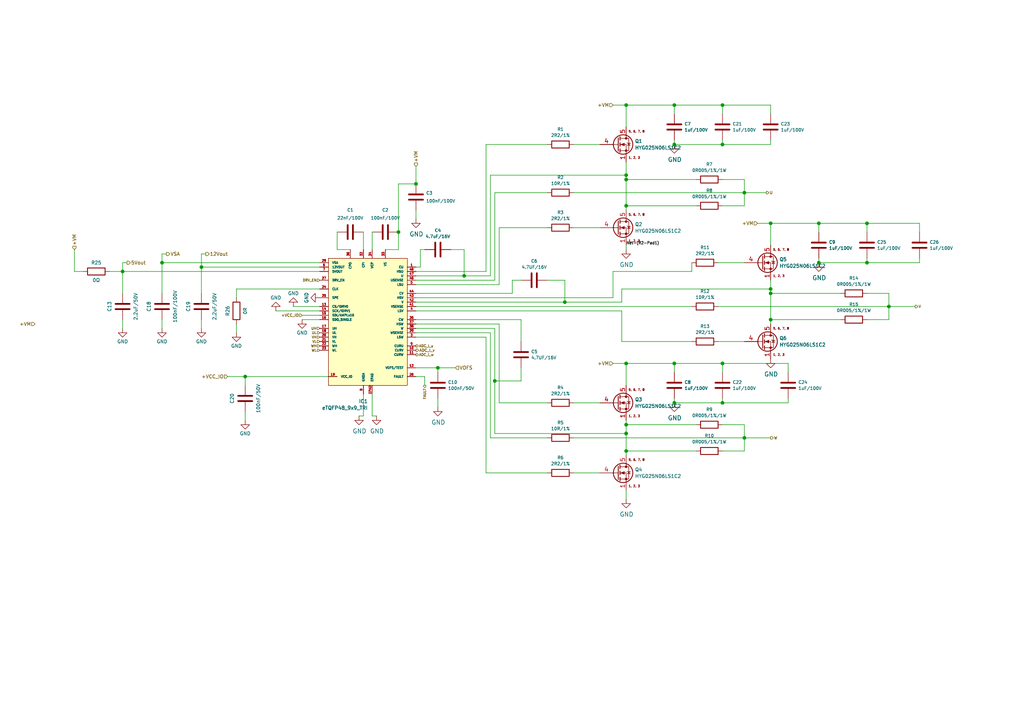
<source format=kicad_sch>
(kicad_sch (version 20211123) (generator eeschema)
  (paper "A4")
  (title_block (title "TMC6100-EVAL") (date "2019-10-28") (rev "1.2") (company "Trinamic OÜ"))
  (lib_symbols
    (symbol "Device:C" (pin_numbers hide) (pin_names (offset 0.254))
      (property "Reference" "C" (at 0.635 2.54 0))
      (property "Value" "C" (at 0.635 -2.54 0))
      (symbol "C_0_1"
        (polyline (pts (xy -2.032 -0.762) (xy 2.032 -0.762)) (stroke (width 0.508)))
        (polyline (pts (xy -2.032 0.762) (xy 2.032 0.762)) (stroke (width 0.508)))
      )
      (symbol "C_1_1"
        (pin passive line (at 0 3.81 270) (length 2.794) (name "~") (number "1"))
        (pin passive line (at 0 -3.81 90) (length 2.794) (name "~") (number "2"))
      )
    )
    (symbol "Device:R" (pin_numbers hide) (pin_names (offset 0))
      (property "Reference" "R" (at 2.032 0 90))
      (property "Value" "R" (at 0 0 90))
      (symbol "R_0_1"
        (rectangle (start -1.016 -2.54) (end 1.016 2.54) (stroke (width 0.254)))
      )
      (symbol "R_1_1"
        (pin passive line (at 0 3.81 270) (length 1.27) (name "~") (number "1"))
        (pin passive line (at 0 -3.81 90) (length 1.27) (name "~") (number "2"))
      )
    )
    (symbol "opm-inline-rescue:HYG025N06LS1C2" (pin_names hide)
      (property "Reference" "Q" (at 5.08 1.905 0))
      (property "Value" "HYG025N06LS1C2" (at 5.08 0 0))
      (symbol "HYG025N06LS1C2_0_0"
        (text "1, 2, 3" (at 3.175 -3.81 0) (effects (font (size 0.6096 0.6096)) (justify left)))
        (text "5, 6, 7, 8" (at 3.175 3.81 0) (effects (font (size 0.6096 0.6096)) (justify left)))
      )
      (symbol "HYG025N06LS1C2_0_1"
        (polyline (pts (xy -1.27 0) (xy 0.254 0)))
        (polyline (pts (xy 0.762 -1.778) (xy 2.54 -1.778)))
        (polyline (pts (xy 0.762 -1.27) (xy 0.762 -2.286)) (stroke (width 0.254)))
        (polyline (pts (xy 0.762 0) (xy 2.54 0)))
        (polyline (pts (xy 0.762 0.508) (xy 0.762 -0.508)) (stroke (width 0.254)))
        (polyline (pts (xy 0.762 1.778) (xy 2.54 1.778)))
        (polyline (pts (xy 0.762 2.286) (xy 0.762 1.27)) (stroke (width 0.254)))
        (polyline (pts (xy 2.54 -1.778) (xy 2.54 -2.54)))
        (polyline (pts (xy 2.54 -1.778) (xy 2.54 0)))
        (polyline (pts (xy 2.54 2.54) (xy 2.54 1.778)))
        (polyline (pts (xy 0.254 1.905) (xy 0.254 -1.905) (xy 0.254 -1.905)) (stroke (width 0.254)))
        (polyline (pts (xy 1.016 0) (xy 2.032 0.381) (xy 2.032 -0.381) (xy 1.016 0)) (fill (type outline)))
        (polyline (pts (xy 2.54 -1.778) (xy 3.302 -1.778) (xy 3.302 1.778) (xy 2.54 1.778)))
        (polyline (pts (xy 2.794 0.508) (xy 2.921 0.381) (xy 3.683 0.381) (xy 3.81 0.254)))
        (polyline (pts (xy 3.302 0.381) (xy 2.921 -0.254) (xy 3.683 -0.254) (xy 3.302 0.381)))
        (circle (center 1.651 0) (radius 2.8194) (stroke (width 0.254)))
        (circle (center 2.54 -1.778) (radius 0.2794) (fill (type outline)))
        (circle (center 2.54 1.778) (radius 0.2794) (fill (type outline)))
      )
      (symbol "HYG025N06LS1C2_1_1"
        (pin passive line (at 2.54 -5.08 90) (length 2.54) (name "S") (number "1"))
        (pin passive line (at 2.54 -5.08 90) (length 2.54) hide (name "S") (number "2"))
        (pin passive line (at 2.54 -5.08 90) (length 2.54) hide (name "S") (number "3"))
        (pin passive line (at -5.08 0 0) (length 3.81) (name "G") (number "4"))
        (pin passive line (at 2.54 5.08 270) (length 2.54) (name "D") (number "5"))
        (pin passive line (at 2.54 5.08 270) (length 2.54) hide (name "D") (number "6"))
        (pin passive line (at 2.54 5.08 270) (length 2.54) hide (name "D") (number "7"))
        (pin passive line (at 2.54 5.08 270) (length 2.54) hide (name "D") (number "8"))
      )
    )
    (symbol "opm-inline-rescue:TMC6200-TA-opm-inline-cache-opm-inline-rescue" (pin_names (offset 1.016))
      (property "Reference" "IC" (at 0 -1.27 0))
      (property "Value" "TMC6200-TA-opm-inline-cache-opm-inline-rescue" (at 0 1.27 0))
      (symbol "TMC6200-TA-opm-inline-cache-opm-inline-rescue_0_1"
        (rectangle (start -11.43 17.78) (end 11.43 -19.05) (fill (type background)))
      )
      (symbol "TMC6200-TA-opm-inline-cache-opm-inline-rescue_1_1"
        (pin unspecified line (at 13.97 15.24 180) (length 2.54) (name "CU") (number "1"))
        (pin output line (at 13.97 -8.89 180) (length 2.54) (name "CURV") (number "10"))
        (pin output line (at 13.97 -10.16 180) (length 2.54) (name "CURW") (number "11"))
        (pin output line (at 13.97 -13.97 180) (length 2.54) (name "VOFS/TEST") (number "12"))
        (pin output line (at -13.97 3.81 0) (length 2.54) (name "CS/IDRV0") (number "13"))
        (pin input line (at -13.97 2.54 0) (length 2.54) (name "SCK/IDRV1") (number "14"))
        (pin input line (at -13.97 1.27 0) (length 2.54) (name "SDI/AMPLx10") (number "15"))
        (pin bidirectional line (at -13.97 0 0) (length 2.54) (name "SDO_SINGLE") (number "16"))
        (pin input line (at -13.97 -2.54 0) (length 2.54) (name "UH") (number "17"))
        (pin input line (at -13.97 -3.81 0) (length 2.54) (name "UL") (number "18"))
        (pin unspecified line (at -11.43 -16.51 0) (length 2.54) (name "VCC_IO") (number "19"))
        (pin input line (at -13.97 -5.08 0) (length 2.54) (name "VH") (number "20"))
        (pin input line (at -13.97 -6.35 0) (length 2.54) (name "VL") (number "21"))
        (pin input line (at -13.97 -7.62 0) (length 2.54) (name "WH") (number "22"))
        (pin input line (at -13.97 -8.89 0) (length 2.54) (name "WL") (number "23"))
        (pin input line (at -13.97 8.89 0) (length 2.54) (name "CLK") (number "24"))
        (pin input line (at -13.97 6.35 0) (length 2.54) (name "SPE") (number "25"))
        (pin output line (at 13.97 -16.51 180) (length 2.54) (name "FAULT") (number "26"))
        (pin input line (at -13.97 11.43 0) (length 2.54) (name "DRV_EN") (number "27"))
        (pin unspecified line (at -13.97 16.51 0) (length 2.54) (name "VSA") (number "29"))
        (pin unspecified line (at 13.97 -5.08 180) (length 2.54) (name "LSW") (number "3"))
        (pin unspecified line (at -5.08 20.32 270) (length 2.54) (name "CPO") (number "30"))
        (pin unspecified line (at -1.27 20.32 270) (length 2.54) (name "CPI") (number "32"))
        (pin unspecified line (at 5.08 20.32 270) (length 2.54) (name "VS") (number "33"))
        (pin unspecified line (at 1.27 20.32 270) (length 2.54) (name "VCP") (number "34"))
        (pin unspecified line (at 13.97 0 180) (length 2.54) (name "CW") (number "36"))
        (pin unspecified line (at 13.97 -1.27 180) (length 2.54) (name "HSW") (number "37"))
        (pin unspecified line (at 13.97 -2.54 180) (length 2.54) (name "W") (number "38"))
        (pin unspecified line (at 13.97 -3.81 180) (length 2.54) (name "WSENSE") (number "39"))
        (pin unspecified line (at 13.97 2.54 180) (length 2.54) (name "LSV") (number "4"))
        (pin unspecified line (at 13.97 3.81 180) (length 2.54) (name "VSENSE") (number "41"))
        (pin unspecified line (at 13.97 5.08 180) (length 2.54) (name "V") (number "42"))
        (pin unspecified line (at 13.97 6.35 180) (length 2.54) (name "HSV") (number "43"))
        (pin unspecified line (at 13.97 7.62 180) (length 2.54) (name "CV") (number "44"))
        (pin unspecified line (at 13.97 11.43 180) (length 2.54) (name "USENSE") (number "46"))
        (pin unspecified line (at 13.97 12.7 180) (length 2.54) (name "U") (number "47"))
        (pin unspecified line (at 13.97 13.97 180) (length 2.54) (name "HSU") (number "48"))
        (pin unspecified line (at 13.97 10.16 180) (length 2.54) (name "LSU") (number "5"))
        (pin unspecified line (at -13.97 15.24 0) (length 2.54) (name "12VOUT") (number "6"))
        (pin unspecified line (at -13.97 13.97 0) (length 2.54) (name "5VOUT") (number "7"))
        (pin unspecified line (at -1.27 -21.59 90) (length 2.54) (name "GNDA") (number "8"))
        (pin output line (at 13.97 -7.62 180) (length 2.54) (name "CURU") (number "9"))
        (pin unspecified line (at 1.27 -21.59 90) (length 2.54) (name "EPAD") (number "EPAD"))
      )
    )
    (symbol "power:GND" (power) (pin_names (offset 0))
      (property "Value" "GND" (at 0 -3.81 0))
      (symbol "GND_0_1"
        (polyline (pts (xy 0 0) (xy 0 -1.27) (xy 1.27 -1.27) (xy 0 -2.54) (xy -1.27 -1.27) (xy 0 -1.27)))
      )
      (symbol "GND_1_1"
        (pin power_in line (at 0 0 270) (length 0) hide (name "GND") (number "1"))
      )
    )
  )
  (junction (at 209.55 105.41))
  (junction (at 257.81 88.9))
  (junction (at 209.55 116.84))
  (junction (at 209.55 30.48))
  (junction (at 195.58 41.91))
  (junction (at 181.61 125.73))
  (junction (at 251.46 76.2))
  (junction (at 195.58 116.84))
  (junction (at 181.61 105.41))
  (junction (at 223.52 92.71))
  (junction (at 215.9 127))
  (junction (at 223.52 85.09))
  (junction (at 58.42 77.47))
  (junction (at 223.52 83.82))
  (junction (at 35.56 78.74))
  (junction (at 181.61 50.8))
  (junction (at 223.52 64.77))
  (junction (at 163.83 87.63))
  (junction (at 237.49 76.2))
  (junction (at 237.49 64.77))
  (junction (at 46.99 76.2))
  (junction (at 181.61 130.81))
  (junction (at 71.12 109.22))
  (junction (at 209.55 41.91))
  (junction (at 195.58 30.48))
  (junction (at 127 106.68))
  (junction (at 251.46 64.77))
  (junction (at 115.57 67.31))
  (junction (at 143.51 110.49))
  (junction (at 134.62 80.01))
  (junction (at 215.9 55.88))
  (junction (at 181.61 123.19))
  (junction (at 181.61 30.48))
  (junction (at 120.65 53.34))
  (junction (at 195.58 105.41))
  (junction (at 181.61 59.69))
  (junction (at 181.61 52.07))
  (wire (pts (xy 215.9 130.81) (xy 209.55 130.81)))
  (wire (pts (xy 158.75 81.28) (xy 163.83 81.28)))
  (wire (pts (xy 181.61 123.19) (xy 201.93 123.19)))
  (wire (pts (xy 181.61 142.24) (xy 181.61 144.78)))
  (wire (pts (xy 120.65 109.22) (xy 123.19 109.22)))
  (wire (pts (xy 97.79 72.39) (xy 101.6 72.39)))
  (wire (pts (xy 46.99 76.2) (xy 46.99 85.09)))
  (wire (pts (xy 120.65 80.01) (xy 134.62 80.01)))
  (wire (pts (xy 127 106.68) (xy 120.65 106.68)))
  (wire (pts (xy 166.37 66.04) (xy 173.99 66.04)))
  (wire (pts (xy 120.65 78.74) (xy 140.97 78.74)))
  (wire (pts (xy 142.24 50.8) (xy 142.24 80.01)))
  (wire (pts (xy 148.59 81.28) (xy 151.13 81.28)))
  (wire (pts (xy 120.65 82.55) (xy 144.78 82.55)))
  (wire (pts (xy 223.52 64.77) (xy 237.49 64.77)))
  (wire (pts (xy 209.55 52.07) (xy 215.9 52.07)))
  (wire (pts (xy 200.66 78.74) (xy 200.66 76.2)))
  (wire (pts (xy 251.46 85.09) (xy 257.81 85.09)))
  (wire (pts (xy 251.46 76.2) (xy 251.46 74.93)))
  (wire (pts (xy 209.55 105.41) (xy 195.58 105.41)))
  (wire (pts (xy 181.61 59.69) (xy 181.61 60.96)))
  (wire (pts (xy 111.76 72.39) (xy 115.57 72.39)))
  (wire (pts (xy 177.8 86.36) (xy 177.8 78.74)))
  (wire (pts (xy 215.9 55.88) (xy 222.25 55.88)))
  (wire (pts (xy 115.57 53.34) (xy 120.65 53.34)))
  (wire (pts (xy 92.71 83.82) (xy 68.58 83.82)))
  (wire (pts (xy 251.46 64.77) (xy 266.7 64.77)))
  (wire (pts (xy 58.42 77.47) (xy 58.42 73.66)))
  (wire (pts (xy 140.97 41.91) (xy 158.75 41.91)))
  (wire (pts (xy 21.59 72.39) (xy 21.59 78.74)))
  (wire (pts (xy 144.78 66.04) (xy 158.75 66.04)))
  (wire (pts (xy 215.9 55.88) (xy 215.9 59.69)))
  (wire (pts (xy 166.37 127) (xy 215.9 127)))
  (wire (pts (xy 120.65 95.25) (xy 143.51 95.25)))
  (wire (pts (xy 120.65 97.79) (xy 140.97 97.79)))
  (wire (pts (xy 151.13 110.49) (xy 143.51 110.49)))
  (wire (pts (xy 209.55 105.41) (xy 228.6 105.41)))
  (wire (pts (xy 180.34 90.17) (xy 180.34 99.06)))
  (wire (pts (xy 223.52 83.82) (xy 223.52 85.09)))
  (wire (pts (xy 181.61 52.07) (xy 201.93 52.07)))
  (wire (pts (xy 257.81 88.9) (xy 257.81 92.71)))
  (wire (pts (xy 266.7 64.77) (xy 266.7 67.31)))
  (wire (pts (xy 223.52 71.12) (xy 223.52 64.77)))
  (wire (pts (xy 140.97 97.79) (xy 140.97 137.16)))
  (wire (pts (xy 105.41 120.65) (xy 105.41 114.3)))
  (wire (pts (xy 35.56 95.25) (xy 35.56 92.71)))
  (wire (pts (xy 257.81 92.71) (xy 251.46 92.71)))
  (wire (pts (xy 143.51 125.73) (xy 181.61 125.73)))
  (wire (pts (xy 181.61 125.73) (xy 181.61 130.81)))
  (wire (pts (xy 142.24 127) (xy 158.75 127)))
  (wire (pts (xy 209.55 41.91) (xy 223.52 41.91)))
  (wire (pts (xy 181.61 30.48) (xy 195.58 30.48)))
  (wire (pts (xy 92.71 92.71) (xy 87.63 92.71)))
  (wire (pts (xy 215.9 127) (xy 223.52 127)))
  (wire (pts (xy 120.65 86.36) (xy 177.8 86.36)))
  (wire (pts (xy 266.7 76.2) (xy 266.7 74.93)))
  (wire (pts (xy 180.34 99.06) (xy 200.66 99.06)))
  (wire (pts (xy 151.13 106.68) (xy 151.13 110.49)))
  (wire (pts (xy 92.71 90.17) (xy 80.01 90.17)))
  (wire (pts (xy 151.13 92.71) (xy 151.13 99.06)))
  (wire (pts (xy 71.12 109.22) (xy 95.25 109.22)))
  (wire (pts (xy 46.99 92.71) (xy 46.99 95.25)))
  (wire (pts (xy 127 106.68) (xy 132.08 106.68)))
  (wire (pts (xy 35.56 76.2) (xy 35.56 78.74)))
  (wire (pts (xy 120.65 93.98) (xy 144.78 93.98)))
  (wire (pts (xy 237.49 64.77) (xy 251.46 64.77)))
  (wire (pts (xy 237.49 76.2) (xy 251.46 76.2)))
  (wire (pts (xy 58.42 85.09) (xy 58.42 77.47)))
  (wire (pts (xy 104.14 120.65) (xy 105.41 120.65)))
  (wire (pts (xy 237.49 74.93) (xy 237.49 76.2)))
  (wire (pts (xy 143.51 55.88) (xy 143.51 81.28)))
  (wire (pts (xy 215.9 52.07) (xy 215.9 55.88)))
  (wire (pts (xy 181.61 130.81) (xy 201.93 130.81)))
  (wire (pts (xy 58.42 73.66) (xy 59.69 73.66)))
  (wire (pts (xy 120.65 81.28) (xy 143.51 81.28)))
  (wire (pts (xy 68.58 83.82) (xy 68.58 86.36)))
  (wire (pts (xy 46.99 73.66) (xy 48.26 73.66)))
  (wire (pts (xy 142.24 50.8) (xy 181.61 50.8)))
  (wire (pts (xy 195.58 30.48) (xy 209.55 30.48)))
  (wire (pts (xy 97.79 67.31) (xy 97.79 72.39)))
  (wire (pts (xy 85.09 88.9) (xy 92.71 88.9)))
  (wire (pts (xy 163.83 81.28) (xy 163.83 87.63)))
  (wire (pts (xy 148.59 85.09) (xy 148.59 81.28)))
  (wire (pts (xy 195.58 30.48) (xy 195.58 33.02)))
  (wire (pts (xy 209.55 107.95) (xy 209.55 105.41)))
  (wire (pts (xy 143.51 55.88) (xy 158.75 55.88)))
  (wire (pts (xy 181.61 123.19) (xy 181.61 125.73)))
  (wire (pts (xy 134.62 80.01) (xy 142.24 80.01)))
  (wire (pts (xy 71.12 119.38) (xy 71.12 121.92)))
  (wire (pts (xy 166.37 137.16) (xy 173.99 137.16)))
  (wire (pts (xy 209.55 116.84) (xy 209.55 115.57)))
  (wire (pts (xy 92.71 77.47) (xy 58.42 77.47)))
  (wire (pts (xy 195.58 40.64) (xy 195.58 41.91)))
  (wire (pts (xy 209.55 123.19) (xy 215.9 123.19)))
  (wire (pts (xy 237.49 64.77) (xy 237.49 67.31)))
  (wire (pts (xy 24.13 78.74) (xy 21.59 78.74)))
  (wire (pts (xy 123.19 109.22) (xy 123.19 111.76)))
  (wire (pts (xy 140.97 137.16) (xy 158.75 137.16)))
  (wire (pts (xy 181.61 111.76) (xy 181.61 105.41)))
  (wire (pts (xy 177.8 105.41) (xy 181.61 105.41)))
  (wire (pts (xy 181.61 52.07) (xy 181.61 59.69)))
  (wire (pts (xy 195.58 41.91) (xy 209.55 41.91)))
  (wire (pts (xy 223.52 30.48) (xy 209.55 30.48)))
  (wire (pts (xy 120.65 90.17) (xy 180.34 90.17)))
  (wire (pts (xy 107.95 72.39) (xy 107.95 67.31)))
  (wire (pts (xy 181.61 59.69) (xy 201.93 59.69)))
  (wire (pts (xy 36.83 76.2) (xy 35.56 76.2)))
  (wire (pts (xy 166.37 55.88) (xy 215.9 55.88)))
  (wire (pts (xy 208.28 99.06) (xy 215.9 99.06)))
  (wire (pts (xy 257.81 88.9) (xy 265.43 88.9)))
  (wire (pts (xy 31.75 78.74) (xy 35.56 78.74)))
  (wire (pts (xy 105.41 67.31) (xy 105.41 72.39)))
  (wire (pts (xy 215.9 123.19) (xy 215.9 127)))
  (wire (pts (xy 109.22 120.65) (xy 107.95 120.65)))
  (wire (pts (xy 181.61 50.8) (xy 181.61 52.07)))
  (wire (pts (xy 140.97 78.74) (xy 140.97 41.91)))
  (wire (pts (xy 223.52 81.28) (xy 223.52 83.82)))
  (wire (pts (xy 208.28 88.9) (xy 257.81 88.9)))
  (wire (pts (xy 209.55 41.91) (xy 209.55 40.64)))
  (wire (pts (xy 144.78 116.84) (xy 158.75 116.84)))
  (wire (pts (xy 181.61 71.12) (xy 181.61 72.39)))
  (wire (pts (xy 130.81 72.39) (xy 134.62 72.39)))
  (wire (pts (xy 35.56 85.09) (xy 35.56 78.74)))
  (wire (pts (xy 215.9 76.2) (xy 208.28 76.2)))
  (wire (pts (xy 121.92 72.39) (xy 123.19 72.39)))
  (wire (pts (xy 120.65 85.09) (xy 148.59 85.09)))
  (wire (pts (xy 143.51 95.25) (xy 143.51 110.49)))
  (wire (pts (xy 251.46 76.2) (xy 266.7 76.2)))
  (wire (pts (xy 223.52 33.02) (xy 223.52 30.48)))
  (wire (pts (xy 173.99 116.84) (xy 166.37 116.84)))
  (wire (pts (xy 180.34 87.63) (xy 180.34 83.82)))
  (wire (pts (xy 173.99 41.91) (xy 166.37 41.91)))
  (wire (pts (xy 120.65 88.9) (xy 200.66 88.9)))
  (wire (pts (xy 87.63 91.44) (xy 92.71 91.44)))
  (wire (pts (xy 181.61 121.92) (xy 181.61 123.19)))
  (wire (pts (xy 120.65 87.63) (xy 163.83 87.63)))
  (wire (pts (xy 120.65 60.96) (xy 120.65 63.5)))
  (wire (pts (xy 195.58 116.84) (xy 209.55 116.84)))
  (wire (pts (xy 115.57 72.39) (xy 115.57 67.31)))
  (wire (pts (xy 181.61 46.99) (xy 181.61 50.8)))
  (wire (pts (xy 223.52 41.91) (xy 223.52 40.64)))
  (wire (pts (xy 120.65 92.71) (xy 151.13 92.71)))
  (wire (pts (xy 223.52 93.98) (xy 223.52 92.71)))
  (wire (pts (xy 66.04 109.22) (xy 71.12 109.22)))
  (wire (pts (xy 223.52 85.09) (xy 243.84 85.09)))
  (wire (pts (xy 115.57 67.31) (xy 115.57 53.34)))
  (wire (pts (xy 195.58 115.57) (xy 195.58 116.84)))
  (wire (pts (xy 143.51 110.49) (xy 143.51 125.73)))
  (wire (pts (xy 68.58 96.52) (xy 68.58 93.98)))
  (wire (pts (xy 144.78 93.98) (xy 144.78 116.84)))
  (wire (pts (xy 142.24 96.52) (xy 142.24 127)))
  (wire (pts (xy 120.65 77.47) (xy 121.92 77.47)))
  (wire (pts (xy 163.83 87.63) (xy 180.34 87.63)))
  (wire (pts (xy 215.9 59.69) (xy 209.55 59.69)))
  (wire (pts (xy 177.8 30.48) (xy 181.61 30.48)))
  (wire (pts (xy 46.99 76.2) (xy 46.99 73.66)))
  (wire (pts (xy 120.65 53.34) (xy 120.65 48.26)))
  (wire (pts (xy 228.6 105.41) (xy 228.6 107.95)))
  (wire (pts (xy 127 115.57) (xy 127 118.11)))
  (wire (pts (xy 120.65 96.52) (xy 142.24 96.52)))
  (wire (pts (xy 121.92 77.47) (xy 121.92 72.39)))
  (wire (pts (xy 71.12 109.22) (xy 71.12 111.76)))
  (wire (pts (xy 127 107.95) (xy 127 106.68)))
  (wire (pts (xy 215.9 127) (xy 215.9 130.81)))
  (wire (pts (xy 223.52 92.71) (xy 243.84 92.71)))
  (wire (pts (xy 209.55 30.48) (xy 209.55 33.02)))
  (wire (pts (xy 92.71 76.2) (xy 46.99 76.2)))
  (wire (pts (xy 209.55 116.84) (xy 228.6 116.84)))
  (wire (pts (xy 181.61 105.41) (xy 195.58 105.41)))
  (wire (pts (xy 144.78 66.04) (xy 144.78 82.55)))
  (wire (pts (xy 181.61 132.08) (xy 181.61 130.81)))
  (wire (pts (xy 107.95 120.65) (xy 107.95 114.3)))
  (wire (pts (xy 35.56 78.74) (xy 92.71 78.74)))
  (wire (pts (xy 257.81 85.09) (xy 257.81 88.9)))
  (wire (pts (xy 134.62 72.39) (xy 134.62 80.01)))
  (wire (pts (xy 181.61 36.83) (xy 181.61 30.48)))
  (wire (pts (xy 219.71 64.77) (xy 223.52 64.77)))
  (wire (pts (xy 223.52 85.09) (xy 223.52 92.71)))
  (wire (pts (xy 177.8 78.74) (xy 200.66 78.74)))
  (wire (pts (xy 251.46 64.77) (xy 251.46 67.31)))
  (wire (pts (xy 180.34 83.82) (xy 223.52 83.82)))
  (wire (pts (xy 228.6 116.84) (xy 228.6 115.57)))
  (wire (pts (xy 195.58 105.41) (xy 195.58 107.95)))
  (wire (pts (xy 58.42 92.71) (xy 58.42 95.25)))
  (label "Net-(R2-Pad1)" (at 181.61 71.12 0) (effects (font (size 0.7874 0.7874))))
  (hierarchical_label "+VM" (shape input) (at 120.65 48.26 90) (effects (font (size 0.9906 0.9906))))
  (hierarchical_label "+VM" (shape input) (at 10.16 93.98 180) (effects (font (size 0.9906 0.9906))))
  (hierarchical_label "VOFS" (shape input) (at 132.08 106.68 0) (effects (font (size 0.9906 0.9906))))
  (hierarchical_label "+VCC_IO" (shape input) (at 66.04 109.22 180) (effects (font (size 0.9906 0.9906))))
  (hierarchical_label "+VCC_IO" (shape input) (at 87.63 91.44 180) (effects (font (size 0.7874 0.7874))))
  (hierarchical_label "+VM" (shape input) (at 177.8 105.41 180) (effects (font (size 0.9906 0.9906))))
  (hierarchical_label "DRV_EN" (shape input) (at 92.71 81.28 180) (effects (font (size 0.7112 0.7112))))
  (hierarchical_label "+VM" (shape input) (at 219.71 64.77 180) (effects (font (size 0.9906 0.9906))))
  (hierarchical_label "VH" (shape input) (at 92.71 97.79 180) (effects (font (size 0.7112 0.7112))))
  (hierarchical_label "FAULT" (shape output) (at 123.19 111.76 270) (effects (font (size 0.7112 0.7112))))
  (hierarchical_label "ADC_I_w" (shape output) (at 120.65 102.87 0) (effects (font (size 0.7112 0.7112))))
  (hierarchical_label "UH" (shape input) (at 92.71 95.25 180) (effects (font (size 0.7112 0.7112))))
  (hierarchical_label "WH" (shape input) (at 92.71 100.33 180) (effects (font (size 0.7112 0.7112))))
  (hierarchical_label "12Vout" (shape output) (at 59.69 73.66 0) (effects (font (size 0.9906 0.9906))))
  (hierarchical_label "WL" (shape input) (at 92.71 101.6 180) (effects (font (size 0.7112 0.7112))))
  (hierarchical_label "VL" (shape input) (at 92.71 99.06 180) (effects (font (size 0.7112 0.7112))))
  (hierarchical_label "V" (shape output) (at 265.43 88.9 0) (effects (font (size 0.7874 0.7874))))
  (hierarchical_label "W" (shape output) (at 223.52 127 0) (effects (font (size 0.7874 0.7874))))
  (hierarchical_label "U" (shape output) (at 222.25 55.88 0) (effects (font (size 0.7874 0.7874))))
  (hierarchical_label "VSA" (shape output) (at 48.26 73.66 0) (effects (font (size 0.9906 0.9906))))
  (hierarchical_label "UL" (shape input) (at 92.71 96.52 180) (effects (font (size 0.7112 0.7112))))
  (hierarchical_label "+VM" (shape input) (at 21.59 72.39 90) (effects (font (size 0.9906 0.9906))))
  (hierarchical_label "+VM" (shape input) (at 177.8 30.48 180) (effects (font (size 0.9906 0.9906))))
  (hierarchical_label "ADC_I_v" (shape output) (at 120.65 101.6 0) (effects (font (size 0.7874 0.7874))))
  (hierarchical_label "5Vout" (shape output) (at 36.83 76.2 0) (effects (font (size 0.9906 0.9906))))
  (hierarchical_label "ADC_I_u" (shape output) (at 120.65 100.33 0) (effects (font (size 0.7112 0.7112))))
  (symbol (lib_id "power:GND") (at 71.12 121.92 0) (unit 1)
    (property "Reference" "#PWR0122" (effects hide))
    (property "Value" "GND" (at 71.12 125.73 0) (effects (font (size 0.9906 0.9906))))
  )
  (symbol (lib_id "Device:R") (at 68.58 90.17 0) (unit 1)
    (property "Reference" "R26" (at 66.04 90.17 90) (effects (font (size 0.9906 0.9906))))
    (property "Value" "0R" (at 71.12 90.17 90) (effects (font (size 0.9906 0.9906))))
    (property "Footprint" "Resistor_SMD:R_0603_1608Metric" (effects hide))
    (property "Datasheet" "https://datasheet.lcsc.com/lcsc/2110252030_UNI-ROYAL-Uniroyal-Elec-0603WAF0000T5E_C21189.pdf" (effects hide))
    (property "LCSC" "C21189" (effects hide))
    (property "manf_num" "0603WAF0000T5E" (effects hide))
    (property "alt" "RC0603FR-070RL" (effects hide))
  )
  (symbol (lib_id "power:GND") (at 68.58 96.52 0) (unit 1)
    (property "Reference" "#PWR0123" (effects hide))
    (property "Value" "GND" (at 68.58 100.33 0) (effects (font (size 0.9906 0.9906))))
  )
  (symbol (lib_id "Device:C") (at 71.12 115.57 0) (unit 1)
    (property "Reference" "C20" (at 67.31 115.57 90) (effects (font (size 0.9906 0.9906))))
    (property "Value" "100nF/50V" (at 74.93 115.57 90) (effects (font (size 0.9906 0.9906))))
    (property "Footprint" "Capacitor_SMD:C_0603_1608Metric" (effects hide))
    (property "Datasheet" "https://www.mouser.fi/datasheet/2/447/UPY_GPHC_X7R_6_3V_to_50V_20-1995650.pdf" (effects hide))
    (property "LCSC" "C14663" (effects hide))
    (property "manf_num" "CC0603KRX7R9BB104" (effects hide))
  )
  (symbol (lib_id "Device:R") (at 27.94 78.74 270) (unit 1)
    (property "Reference" "R25" (at 27.94 76.2 90) (effects (font (size 0.9906 0.9906))))
    (property "Value" "0Ω" (at 27.94 81.28 90) (effects (font (size 0.9906 0.9906))))
    (property "Footprint" "Resistor_SMD:R_0603_1608Metric" (effects hide))
    (property "Datasheet" "https://datasheet.lcsc.com/lcsc/2110252030_UNI-ROYAL-Uniroyal-Elec-0603WAF0000T5E_C21189.pdf" (effects hide))
    (property "LCSC" "C21189" (effects hide))
    (property "manf_num" "0603WAF0000T5E" (effects hide))
    (property "alt" "RC0603FR-070RL" (effects hide))
  )
  (symbol (lib_id "Device:C") (at 35.56 88.9 0) (unit 1)
    (property "Reference" "C13" (at 31.75 88.9 90) (effects (font (size 0.9906 0.9906))))
    (property "Value" "2.2uF/50V" (at 39.37 88.9 90) (effects (font (size 0.9906 0.9906))))
    (property "Footprint" "Capacitor_SMD:C_0805_2012Metric" (effects hide))
    (property "Datasheet" "https://datasheet.lcsc.com/lcsc/1811101411_FH-Guangdong-Fenghua-Advanced-Tech-0805F225M500NT_C49217.pdf" (effects hide))
    (property "LCSC" "C49217" (effects hide))
    (property "manf_num" "0805F225M500NT" (effects hide))
    (property "alt" "UMK212BB7225KG-T" (effects hide))
  )
  (symbol (lib_id "power:GND") (at 35.56 95.25 0) (unit 1)
    (property "Reference" "#PWR0124" (effects hide))
    (property "Value" "GND" (at 35.56 99.06 0) (effects (font (size 0.9906 0.9906))))
  )
  (symbol (lib_id "Device:C") (at 46.99 88.9 0) (unit 1)
    (property "Reference" "C18" (at 43.18 88.9 90) (effects (font (size 0.9906 0.9906))))
    (property "Value" "100nF/100V" (at 50.8 88.9 90) (effects (font (size 0.9906 0.9906))))
    (property "Footprint" "Capacitor_SMD:C_0805_2012Metric" (effects hide))
    (property "Datasheet" "https://www.mouser.fi/datasheet/2/447/yago_s_a0003556389_1-2286781.pdf" (effects hide))
    (property "LCSC" "C106243" (effects hide))
    (property "manf_num" "CC0805KKX7R0BB104" (effects hide))
  )
  (symbol (lib_id "Device:C") (at 58.42 88.9 0) (unit 1)
    (property "Reference" "C19" (at 54.61 88.9 90) (effects (font (size 0.9906 0.9906))))
    (property "Value" "2.2uF/50V" (at 62.23 88.9 90) (effects (font (size 0.9906 0.9906))))
    (property "Footprint" "Capacitor_SMD:C_0805_2012Metric" (effects hide))
    (property "Datasheet" "https://datasheet.lcsc.com/lcsc/1811101411_FH-Guangdong-Fenghua-Advanced-Tech-0805F225M500NT_C49217.pdf" (effects hide))
    (property "LCSC" "C49217" (effects hide))
    (property "manf_num" "0805F225M500NT" (effects hide))
    (property "alt" "UMK212BB7225KG-T" (effects hide))
  )
  (symbol (lib_id "power:GND") (at 46.99 95.25 0) (unit 1)
    (property "Reference" "#PWR0125" (effects hide))
    (property "Value" "GND" (at 46.99 99.06 0) (effects (font (size 0.9906 0.9906))))
  )
  (symbol (lib_id "power:GND") (at 58.42 95.25 0) (unit 1)
    (property "Reference" "#PWR0126" (effects hide))
    (property "Value" "GND" (at 58.42 99.06 0) (effects (font (size 0.9906 0.9906))))
  )
  (symbol (lib_id "opm-inline-rescue:TMC6200-TA-opm-inline-cache-opm-inline-rescue") (at 106.68 92.71 0)
    (property "Reference" "IC1" (at 106.68 116.3828 0) (effects (font (size 1.016 1.016)) (justify right)))
    (property "Value" "eTQFP48_9x9_TRI" (at 106.68 118.3132 0) (effects (font (size 1.016 1.016)) (justify right)))
    (property "Footprint" "Libraries:TMC6200-TA" (effects hide))
    (property "Datasheet" "https://trinamic.com/fileadmin/assets/Products/ICs_Documents/TMC6200_datasheet_Rev1.05.pdf" (effects hide))
    (property "manf_num" "TMC6200-TA" (effects hide))
    (property "JLCPCB BOM" "No" (effects hide))
  )
  (symbol (lib_id "power:GND") (at 104.14 120.65 0) (unit 1)
    (property "Reference" "#PWR01" (effects hide))
    (property "Value" "GND" (at 104.267 125.0442 0))
  )
  (symbol (lib_id "power:GND") (at 109.22 120.65 0) (unit 1)
    (property "Reference" "#PWR02" (effects hide))
    (property "Value" "GND" (at 109.347 125.0442 0))
  )
  (symbol (lib_id "Device:C") (at 151.13 102.87 0) (unit 1)
    (property "Reference" "C5" (at 154.051 101.981 0) (effects (font (size 0.889 0.889)) (justify left)))
    (property "Value" "4.7UF/16V" (at 154.051 103.7336 0) (effects (font (size 0.889 0.889)) (justify left)))
    (property "Footprint" "Capacitor_SMD:C_0603_1608Metric" (effects hide))
    (property "Datasheet" "https://datasheet.lcsc.com/lcsc/1810261514_Samsung-Electro-Mechanics-CL10A475KO8NNNC_C19666.pdf" (effects hide))
    (property "LCSC" "C19666" (effects hide))
    (property "manf_num" "CL10A475KO8NNNC" (effects hide))
  )
  (symbol (lib_id "Device:R") (at 162.56 116.84 270) (unit 1)
    (property "Reference" "R4" (at 162.56 112.4204 90) (effects (font (size 0.889 0.889))))
    (property "Value" "2R2/1%" (at 162.56 114.173 90) (effects (font (size 0.889 0.889))))
    (property "Footprint" "Resistor_SMD:R_0603_1608Metric" (effects hide))
    (property "Datasheet" "https://datasheet.lcsc.com/lcsc/2110252030_UNI-ROYAL-Uniroyal-Elec-0603WAF220KT5E_C22939.pdf" (effects hide))
    (property "LCSC" "C22939" (effects hide))
    (property "manf_num" "0603WAF220KT5E" (effects hide))
  )
  (symbol (lib_id "Device:R") (at 162.56 127 270) (unit 1)
    (property "Reference" "R5" (at 162.56 122.5804 90) (effects (font (size 0.889 0.889))))
    (property "Value" "10R/1%" (at 162.56 124.333 90) (effects (font (size 0.889 0.889))))
    (property "Footprint" "Resistor_SMD:R_0603_1608Metric" (effects hide))
    (property "Datasheet" "https://datasheet.lcsc.com/lcsc/2110252030_UNI-ROYAL-Uniroyal-Elec-0603WAF100JT5E_C22859.pdf" (effects hide))
    (property "LCSC" "C22859" (effects hide))
    (property "manf_num" "0603WAF100JT5E" (effects hide))
    (property "alt" "AC0603FR-0710RL" (effects hide))
  )
  (symbol (lib_id "Device:R") (at 162.56 137.16 270) (unit 1)
    (property "Reference" "R6" (at 162.56 132.7404 90) (effects (font (size 0.889 0.889))))
    (property "Value" "2R2/1%" (at 162.56 134.493 90) (effects (font (size 0.889 0.889))))
    (property "Footprint" "Resistor_SMD:R_0603_1608Metric" (effects hide))
    (property "Datasheet" "https://datasheet.lcsc.com/lcsc/2110252030_UNI-ROYAL-Uniroyal-Elec-0603WAF220KT5E_C22939.pdf" (effects hide))
    (property "LCSC" "C22939" (effects hide))
    (property "manf_num" "0603WAF220KT5E" (effects hide))
  )
  (symbol (lib_id "Device:R") (at 205.74 123.19 270) (unit 1)
    (property "Reference" "R9" (at 205.74 118.7704 90) (effects (font (size 0.889 0.889))))
    (property "Value" "0R005/1%/1W" (at 205.74 120.523 90) (effects (font (size 0.889 0.889))))
    (property "Footprint" "Resistor_SMD:R_1206_3216Metric" (effects hide))
    (property "Datasheet" "https://datasheet.lcsc.com/lcsc/2006112327_Milliohm-HoLR1206-1W-5mR-1--75ppm_C601096.pdf" (effects hide))
    (property "LCSC" "C601096" (effects hide))
    (property "manf_num" "HoLR1206-1W-5mR-1%-75ppm" (effects hide))
  )
  (symbol (lib_id "Device:R") (at 205.74 130.81 270) (unit 1)
    (property "Reference" "R10" (at 205.74 126.3904 90) (effects (font (size 0.889 0.889))))
    (property "Value" "0R005/1%/1W" (at 205.74 128.143 90) (effects (font (size 0.889 0.889))))
    (property "Footprint" "Resistor_SMD:R_1206_3216Metric" (effects hide))
    (property "Datasheet" "https://datasheet.lcsc.com/lcsc/2006112327_Milliohm-HoLR1206-1W-5mR-1--75ppm_C601096.pdf" (effects hide))
    (property "LCSC" "C601096" (effects hide))
    (property "manf_num" "HoLR1206-1W-5mR-1%-75ppm" (effects hide))
  )
  (symbol (lib_id "power:GND") (at 181.61 144.78 0) (unit 1)
    (property "Reference" "#PWR04" (effects hide))
    (property "Value" "GND" (at 181.737 149.1742 0))
  )
  (symbol (lib_id "Device:C") (at 195.58 111.76 0) (unit 1)
    (property "Reference" "C8" (at 198.501 110.871 0) (effects (font (size 0.889 0.889)) (justify left)))
    (property "Value" "1uF/100V" (at 198.501 112.6236 0) (effects (font (size 0.889 0.889)) (justify left)))
    (property "Footprint" "Capacitor_SMD:C_0805_2012Metric" (effects hide))
    (property "Datasheet" "https://datasheet.lcsc.com/lcsc/1912111437_Taiyo-Yuden-HMJ325AB7225KMHP_C412614.pdf" (effects hide))
    (property "LCSC" "C697607" (effects hide))
    (property "manf_num  " "HMK325C7475KN-TE" (effects hide))
  )
  (symbol (lib_id "opm-inline-rescue:HYG025N06LS1C2") (at 179.07 66.04 0)
    (property "Reference" "Q2" (at 184.15 65.0748 0) (effects (font (size 0.9906 0.9906)) (justify left)))
    (property "Value" "HYG025N06LS1C2" (at 184.15 66.9798 0) (effects (font (size 0.9906 0.9906)) (justify left)))
    (property "Footprint" "Libraries:PDFN-8" (effects hide))
    (property "Datasheet" "https://datasheet.lcsc.com/lcsc/2105242011_HUAYI-HYG025N06LS1C2_C2827231.pdf" (effects hide))
    (property "LCSC" "C2827231" (effects hide))
    (property "manf_num" "HYG025N06LS1C2" (effects hide))
  )
  (symbol (lib_id "power:GND") (at 181.61 72.39 0) (unit 1)
    (property "Reference" "#PWR010" (effects hide))
    (property "Value" "GND" (at 181.737 76.7842 0))
  )
  (symbol (lib_id "opm-inline-rescue:HYG025N06LS1C2") (at 179.07 41.91 0)
    (property "Reference" "Q1" (at 184.15 40.9448 0) (effects (font (size 0.9906 0.9906)) (justify left)))
    (property "Value" "HYG025N06LS1C2" (at 184.15 42.8498 0) (effects (font (size 0.9906 0.9906)) (justify left)))
    (property "Footprint" "Libraries:PDFN-8" (effects hide))
    (property "Datasheet" "https://datasheet.lcsc.com/lcsc/2105242011_HUAYI-HYG025N06LS1C2_C2827231.pdf" (effects hide))
    (property "LCSC" "C2827231" (effects hide))
    (property "manf_num" "HYG025N06LS1C2" (effects hide))
  )
  (symbol (lib_id "opm-inline-rescue:HYG025N06LS1C2") (at 179.07 116.84 0)
    (property "Reference" "Q3" (at 184.15 115.8748 0) (effects (font (size 0.9906 0.9906)) (justify left)))
    (property "Value" "HYG025N06LS1C2" (at 184.15 117.7798 0) (effects (font (size 0.9906 0.9906)) (justify left)))
    (property "Footprint" "Libraries:PDFN-8" (effects hide))
    (property "Datasheet" "https://datasheet.lcsc.com/lcsc/2105242011_HUAYI-HYG025N06LS1C2_C2827231.pdf" (effects hide))
    (property "LCSC" "C2827231" (effects hide))
    (property "manf_num" "HYG025N06LS1C2" (effects hide))
  )
  (symbol (lib_id "opm-inline-rescue:HYG025N06LS1C2") (at 220.98 99.06 0)
    (property "Reference" "Q6" (at 226.06 98.0948 0) (effects (font (size 0.9906 0.9906)) (justify left)))
    (property "Value" "HYG025N06LS1C2" (at 226.06 99.9998 0) (effects (font (size 0.9906 0.9906)) (justify left)))
    (property "Footprint" "Libraries:PDFN-8" (effects hide))
    (property "Datasheet" "https://datasheet.lcsc.com/lcsc/2105242011_HUAYI-HYG025N06LS1C2_C2827231.pdf" (effects hide))
    (property "LCSC" "C2827231" (effects hide))
    (property "manf_num" "HYG025N06LS1C2" (effects hide))
  )
  (symbol (lib_id "opm-inline-rescue:HYG025N06LS1C2") (at 220.98 76.2 0)
    (property "Reference" "Q5" (at 226.06 75.2348 0) (effects (font (size 0.9906 0.9906)) (justify left)))
    (property "Value" "HYG025N06LS1C2" (at 226.06 77.1398 0) (effects (font (size 0.9906 0.9906)) (justify left)))
    (property "Footprint" "Libraries:PDFN-8" (effects hide))
    (property "Datasheet" "https://datasheet.lcsc.com/lcsc/2105242011_HUAYI-HYG025N06LS1C2_C2827231.pdf" (effects hide))
    (property "LCSC" "C2827231" (effects hide))
    (property "manf_num" "HYG025N06LS1C2" (effects hide))
  )
  (symbol (lib_id "opm-inline-rescue:HYG025N06LS1C2") (at 179.07 137.16 0)
    (property "Reference" "Q4" (at 184.15 136.1948 0) (effects (font (size 0.9906 0.9906)) (justify left)))
    (property "Value" "HYG025N06LS1C2" (at 184.15 138.0998 0) (effects (font (size 0.9906 0.9906)) (justify left)))
    (property "Footprint" "Libraries:PDFN-8" (effects hide))
    (property "Datasheet" "https://datasheet.lcsc.com/lcsc/2105242011_HUAYI-HYG025N06LS1C2_C2827231.pdf" (effects hide))
    (property "LCSC" "C2827231" (effects hide))
    (property "manf_num" "HYG025N06LS1C2" (effects hide))
  )
  (symbol (lib_id "power:GND") (at 195.58 116.84 0) (unit 1)
    (property "Reference" "#PWR06" (effects hide))
    (property "Value" "GND" (at 195.707 121.2342 0))
  )
  (symbol (lib_id "Device:C") (at 209.55 36.83 0) (unit 1)
    (property "Reference" "C21" (at 212.471 35.941 0) (effects (font (size 0.889 0.889)) (justify left)))
    (property "Value" "1uF/100V" (at 212.471 37.6936 0) (effects (font (size 0.889 0.889)) (justify left)))
    (property "Footprint" "Capacitor_SMD:C_0805_2012Metric" (effects hide))
    (property "Datasheet" "https://datasheet.lcsc.com/lcsc/1912111437_Taiyo-Yuden-HMJ325AB7225KMHP_C412614.pdf" (effects hide))
    (property "LCSC" "C697607" (effects hide))
    (property "manf_num  " "HMK325C7475KN-TE" (effects hide))
  )
  (symbol (lib_id "Device:C") (at 223.52 36.83 0) (unit 1)
    (property "Reference" "C23" (at 226.441 35.941 0) (effects (font (size 0.889 0.889)) (justify left)))
    (property "Value" "1uF/100V" (at 226.441 37.6936 0) (effects (font (size 0.889 0.889)) (justify left)))
    (property "Footprint" "Capacitor_SMD:C_0805_2012Metric" (effects hide))
    (property "Datasheet" "https://datasheet.lcsc.com/lcsc/1912111437_Taiyo-Yuden-HMJ325AB7225KMHP_C412614.pdf" (effects hide))
    (property "LCSC" "C697607" (effects hide))
    (property "manf_num  " "HMK325C7475KN-TE" (effects hide))
  )
  (symbol (lib_id "Device:R") (at 204.47 76.2 270) (unit 1)
    (property "Reference" "R11" (at 204.47 71.7804 90) (effects (font (size 0.889 0.889))))
    (property "Value" "2R2/1%" (at 204.47 73.533 90) (effects (font (size 0.889 0.889))))
    (property "Footprint" "Resistor_SMD:R_0603_1608Metric" (effects hide))
    (property "Datasheet" "https://datasheet.lcsc.com/lcsc/2110252030_UNI-ROYAL-Uniroyal-Elec-0603WAF220KT5E_C22939.pdf" (effects hide))
    (property "LCSC" "C22939" (effects hide))
    (property "manf_num" "0603WAF220KT5E" (effects hide))
  )
  (symbol (lib_id "Device:R") (at 204.47 88.9 270) (unit 1)
    (property "Reference" "R12" (at 204.47 84.4804 90) (effects (font (size 0.889 0.889))))
    (property "Value" "10R/1%" (at 204.47 86.233 90) (effects (font (size 0.889 0.889))))
    (property "Footprint" "Resistor_SMD:R_0603_1608Metric" (effects hide))
    (property "Datasheet" "https://datasheet.lcsc.com/lcsc/2110252030_UNI-ROYAL-Uniroyal-Elec-0603WAF100JT5E_C22859.pdf" (effects hide))
    (property "LCSC" "C22859" (effects hide))
    (property "manf_num" "0603WAF100JT5E" (effects hide))
    (property "alt" "AC0603FR-0710RL" (effects hide))
  )
  (symbol (lib_id "Device:R") (at 204.47 99.06 270) (unit 1)
    (property "Reference" "R13" (at 204.47 94.6404 90) (effects (font (size 0.889 0.889))))
    (property "Value" "2R2/1%" (at 204.47 96.393 90) (effects (font (size 0.889 0.889))))
    (property "Footprint" "Resistor_SMD:R_0603_1608Metric" (effects hide))
    (property "Datasheet" "https://datasheet.lcsc.com/lcsc/2110252030_UNI-ROYAL-Uniroyal-Elec-0603WAF220KT5E_C22939.pdf" (effects hide))
    (property "LCSC" "C22939" (effects hide))
    (property "manf_num" "0603WAF220KT5E" (effects hide))
  )
  (symbol (lib_id "Device:R") (at 247.65 85.09 270) (unit 1)
    (property "Reference" "R14" (at 247.65 80.6704 90) (effects (font (size 0.889 0.889))))
    (property "Value" "0R005/1%/1W" (at 247.65 82.423 90) (effects (font (size 0.889 0.889))))
    (property "Footprint" "Resistor_SMD:R_1206_3216Metric" (effects hide))
    (property "Datasheet" "https://datasheet.lcsc.com/lcsc/2006112327_Milliohm-HoLR1206-1W-5mR-1--75ppm_C601096.pdf" (effects hide))
    (property "LCSC" "C601096" (effects hide))
    (property "manf_num" "HoLR1206-1W-5mR-1%-75ppm" (effects hide))
  )
  (symbol (lib_id "Device:R") (at 247.65 92.71 270) (unit 1)
    (property "Reference" "R15" (at 247.65 88.2904 90) (effects (font (size 0.889 0.889))))
    (property "Value" "0R005/1%/1W" (at 247.65 90.043 90) (effects (font (size 0.889 0.889))))
    (property "Footprint" "Resistor_SMD:R_1206_3216Metric" (effects hide))
    (property "Datasheet" "https://datasheet.lcsc.com/lcsc/2006112327_Milliohm-HoLR1206-1W-5mR-1--75ppm_C601096.pdf" (effects hide))
    (property "LCSC" "C601096" (effects hide))
    (property "manf_num" "HoLR1206-1W-5mR-1%-75ppm" (effects hide))
  )
  (symbol (lib_id "power:GND") (at 237.49 76.2 0) (unit 1)
    (property "Reference" "#PWR08" (effects hide))
    (property "Value" "GND" (at 237.617 80.5942 0))
  )
  (symbol (lib_id "Device:C") (at 237.49 71.12 0) (unit 1)
    (property "Reference" "C9" (at 240.411 70.231 0) (effects (font (size 0.889 0.889)) (justify left)))
    (property "Value" "1uF/100V" (at 240.411 71.9836 0) (effects (font (size 0.889 0.889)) (justify left)))
    (property "Footprint" "Capacitor_SMD:C_0805_2012Metric" (effects hide))
    (property "Datasheet" "https://datasheet.lcsc.com/lcsc/1912111437_Taiyo-Yuden-HMJ325AB7225KMHP_C412614.pdf" (effects hide))
    (property "LCSC" "C697607" (effects hide))
    (property "manf_num  " "HMK325C7475KN-TE" (effects hide))
  )
  (symbol (lib_id "Device:R") (at 162.56 41.91 270) (unit 1)
    (property "Reference" "R1" (at 162.56 37.4904 90) (effects (font (size 0.889 0.889))))
    (property "Value" "2R2/1%" (at 162.56 39.243 90) (effects (font (size 0.889 0.889))))
    (property "Footprint" "Resistor_SMD:R_0603_1608Metric" (effects hide))
    (property "Datasheet" "https://datasheet.lcsc.com/lcsc/2110252030_UNI-ROYAL-Uniroyal-Elec-0603WAF220KT5E_C22939.pdf" (effects hide))
    (property "LCSC" "C22939" (effects hide))
    (property "manf_num" "0603WAF220KT5E" (effects hide))
  )
  (symbol (lib_id "Device:R") (at 162.56 55.88 270) (unit 1)
    (property "Reference" "R2" (at 162.56 51.4604 90) (effects (font (size 0.889 0.889))))
    (property "Value" "10R/1%" (at 162.56 53.213 90) (effects (font (size 0.889 0.889))))
    (property "Footprint" "Resistor_SMD:R_0603_1608Metric" (effects hide))
    (property "Datasheet" "https://datasheet.lcsc.com/lcsc/2110252030_UNI-ROYAL-Uniroyal-Elec-0603WAF100JT5E_C22859.pdf" (effects hide))
    (property "LCSC" "C22859" (effects hide))
    (property "manf_num" "0603WAF100JT5E" (effects hide))
    (property "alt" "AC0603FR-0710RL" (effects hide))
  )
  (symbol (lib_id "Device:R") (at 162.56 66.04 270) (unit 1)
    (property "Reference" "R3" (at 162.56 61.6204 90) (effects (font (size 0.889 0.889))))
    (property "Value" "2R2/1%" (at 162.56 63.373 90) (effects (font (size 0.889 0.889))))
    (property "Footprint" "Resistor_SMD:R_0603_1608Metric" (effects hide))
    (property "Datasheet" "https://datasheet.lcsc.com/lcsc/2110252030_UNI-ROYAL-Uniroyal-Elec-0603WAF220KT5E_C22939.pdf" (effects hide))
    (property "LCSC" "C22939" (effects hide))
    (property "manf_num" "0603WAF220KT5E" (effects hide))
  )
  (symbol (lib_id "power:GND") (at 195.58 41.91 0) (unit 1)
    (property "Reference" "#PWR05" (effects hide))
    (property "Value" "GND" (at 195.707 46.3042 0))
  )
  (symbol (lib_id "Device:C") (at 195.58 36.83 0) (unit 1)
    (property "Reference" "C7" (at 198.501 35.941 0) (effects (font (size 0.889 0.889)) (justify left)))
    (property "Value" "1uF/100V" (at 198.501 37.6936 0) (effects (font (size 0.889 0.889)) (justify left)))
    (property "Footprint" "Capacitor_SMD:C_0805_2012Metric" (effects hide))
    (property "Datasheet" "https://datasheet.lcsc.com/lcsc/1912111437_Taiyo-Yuden-HMJ325AB7225KMHP_C412614.pdf" (effects hide))
    (property "LCSC" "C697607" (effects hide))
    (property "manf_num  " "HMK325C7475KN-TE" (effects hide))
  )
  (symbol (lib_id "Device:C") (at 251.46 71.12 0) (unit 1)
    (property "Reference" "C25" (at 254.381 70.231 0) (effects (font (size 0.889 0.889)) (justify left)))
    (property "Value" "1uF/100V" (at 254.381 71.9836 0) (effects (font (size 0.889 0.889)) (justify left)))
    (property "Footprint" "Capacitor_SMD:C_0805_2012Metric" (effects hide))
    (property "Datasheet" "https://datasheet.lcsc.com/lcsc/1912111437_Taiyo-Yuden-HMJ325AB7225KMHP_C412614.pdf" (effects hide))
    (property "LCSC" "C697607" (effects hide))
    (property "manf_num  " "HMK325C7475KN-TE" (effects hide))
  )
  (symbol (lib_id "Device:C") (at 266.7 71.12 0) (unit 1)
    (property "Reference" "C26" (at 269.621 70.231 0) (effects (font (size 0.889 0.889)) (justify left)))
    (property "Value" "1uF/100V" (at 269.621 71.9836 0) (effects (font (size 0.889 0.889)) (justify left)))
    (property "Footprint" "Capacitor_SMD:C_0805_2012Metric" (effects hide))
    (property "Datasheet" "https://datasheet.lcsc.com/lcsc/1912111437_Taiyo-Yuden-HMJ325AB7225KMHP_C412614.pdf" (effects hide))
    (property "LCSC" "C697607" (effects hide))
    (property "manf_num  " "HMK325C7475KN-TE" (effects hide))
  )
  (symbol (lib_id "Device:C") (at 101.6 67.31 90) (unit 1)
    (property "Reference" "C1" (at 101.6 60.9092 90) (effects (font (size 0.889 0.889))))
    (property "Value" "22nF/100V" (at 101.6 63.2206 90) (effects (font (size 0.889 0.889))))
    (property "Footprint" "Capacitor_SMD:C_0603_1608Metric" (effects hide))
    (property "Datasheet" "https://datasheet.lcsc.com/lcsc/1811082033_YAGEO-CC0603KRX7R0BB223_C313105.pdf" (effects hide))
    (property "LCSC" "C313105" (effects hide))
    (property "manf_num" "CC0603KRX7R0BB223" (effects hide))
  )
  (symbol (lib_id "Device:C") (at 111.76 67.31 270) (unit 1)
    (property "Reference" "C2" (at 111.76 60.9092 90) (effects (font (size 0.889 0.889))))
    (property "Value" "100nF/100V" (at 111.76 63.2206 90) (effects (font (size 0.889 0.889))))
    (property "Footprint" "Capacitor_SMD:C_0603_1608Metric" (effects hide))
    (property "Datasheet" "https://www.mouser.fi/datasheet/2/447/yago_s_a0003556389_1-2286781.pdf" (effects hide))
    (property "LCSC" "C106243" (effects hide))
    (property "manf_num" "CC0805KKX7R0BB104" (effects hide))
  )
  (symbol (lib_id "Device:C") (at 120.65 57.15 0) (unit 1)
    (property "Reference" "C3" (at 123.571 55.9816 0) (effects (font (size 0.889 0.889)) (justify left)))
    (property "Value" "100nF/100V" (at 123.571 58.293 0) (effects (font (size 0.889 0.889)) (justify left)))
    (property "Footprint" "Capacitor_SMD:C_0603_1608Metric" (effects hide))
    (property "Datasheet" "https://www.mouser.fi/datasheet/2/447/yago_s_a0003556389_1-2286781.pdf" (effects hide))
    (property "LCSC" "C106243" (effects hide))
    (property "manf_num" "CC0805KKX7R0BB104" (effects hide))
  )
  (symbol (lib_id "Device:C") (at 209.55 111.76 0) (unit 1)
    (property "Reference" "C22" (at 212.471 110.871 0) (effects (font (size 0.889 0.889)) (justify left)))
    (property "Value" "1uF/100V" (at 212.471 112.6236 0) (effects (font (size 0.889 0.889)) (justify left)))
    (property "Footprint" "Capacitor_SMD:C_0805_2012Metric" (effects hide))
    (property "Datasheet" "https://datasheet.lcsc.com/lcsc/1912111437_Taiyo-Yuden-HMJ325AB7225KMHP_C412614.pdf" (effects hide))
    (property "LCSC" "C697607" (effects hide))
    (property "manf_num  " "HMK325C7475KN-TE" (effects hide))
  )
  (symbol (lib_id "Device:C") (at 228.6 111.76 0) (unit 1)
    (property "Reference" "C24" (at 231.521 110.871 0) (effects (font (size 0.889 0.889)) (justify left)))
    (property "Value" "1uF/100V" (at 231.521 112.6236 0) (effects (font (size 0.889 0.889)) (justify left)))
    (property "Footprint" "Capacitor_SMD:C_0805_2012Metric" (effects hide))
    (property "Datasheet" "https://datasheet.lcsc.com/lcsc/1912111437_Taiyo-Yuden-HMJ325AB7225KMHP_C412614.pdf" (effects hide))
    (property "LCSC" "C697607" (effects hide))
    (property "manf_num  " "HMK325C7475KN-TE" (effects hide))
  )
  (symbol (lib_id "power:GND") (at 223.52 104.14 0) (unit 1)
    (property "Reference" "#PWR07" (effects hide))
    (property "Value" "GND" (at 223.647 108.5342 0))
  )
  (symbol (lib_id "Device:C") (at 127 72.39 270) (unit 1)
    (property "Reference" "C4" (at 127 66.8274 90) (effects (font (size 0.889 0.889))))
    (property "Value" "4.7uF/16V" (at 127 68.58 90) (effects (font (size 0.889 0.889))))
    (property "Footprint" "Capacitor_SMD:C_0603_1608Metric" (effects hide))
    (property "Datasheet" "https://datasheet.lcsc.com/lcsc/1810261514_Samsung-Electro-Mechanics-CL10A475KO8NNNC_C19666.pdf" (effects hide))
    (property "LCSC" "C19666" (effects hide))
    (property "manf_num" "CL10A475KO8NNNC" (effects hide))
  )
  (symbol (lib_id "Device:C") (at 154.94 81.28 270) (unit 1)
    (property "Reference" "C6" (at 154.94 75.7174 90) (effects (font (size 0.889 0.889))))
    (property "Value" "4.7UF/16V" (at 154.94 77.47 90) (effects (font (size 0.889 0.889))))
    (property "Footprint" "Capacitor_SMD:C_0603_1608Metric" (effects hide))
    (property "Datasheet" "https://datasheet.lcsc.com/lcsc/1810261514_Samsung-Electro-Mechanics-CL10A475KO8NNNC_C19666.pdf" (effects hide))
    (property "LCSC" "C19666" (effects hide))
    (property "manf_num" "CL10A475KO8NNNC" (effects hide))
  )
  (symbol (lib_id "power:GND") (at 87.63 92.71 0) (unit 1)
    (property "Reference" "#PWR0106" (effects hide))
    (property "Value" "GND" (at 87.63 96.52 0) (effects (font (size 0.9906 0.9906))))
  )
  (symbol (lib_id "Device:R") (at 205.74 52.07 270) (unit 1)
    (property "Reference" "R7" (at 205.74 47.6504 90) (effects (font (size 0.889 0.889))))
    (property "Value" "0R005/1%/1W" (at 205.74 49.403 90) (effects (font (size 0.889 0.889))))
    (property "Footprint" "Resistor_SMD:R_1206_3216Metric" (effects hide))
    (property "Datasheet" "https://datasheet.lcsc.com/lcsc/2006112327_Milliohm-HoLR1206-1W-5mR-1--75ppm_C601096.pdf" (effects hide))
    (property "LCSC" "C601096" (effects hide))
    (property "manf_num" "HoLR1206-1W-5mR-1%-75ppm" (effects hide))
  )
  (symbol (lib_id "Device:R") (at 205.74 59.69 270) (unit 1)
    (property "Reference" "R8" (at 205.74 55.2704 90) (effects (font (size 0.889 0.889))))
    (property "Value" "0R005/1%/1W" (at 205.74 57.023 90) (effects (font (size 0.889 0.889))))
    (property "Footprint" "Resistor_SMD:R_1206_3216Metric" (effects hide))
    (property "Datasheet" "https://datasheet.lcsc.com/lcsc/2006112327_Milliohm-HoLR1206-1W-5mR-1--75ppm_C601096.pdf" (effects hide))
    (property "LCSC" "C601096" (effects hide))
    (property "manf_num" "HoLR1206-1W-5mR-1%-75ppm" (effects hide))
  )
  (symbol (lib_id "power:GND") (at 120.65 63.5 0) (unit 1)
    (property "Reference" "#PWR03" (effects hide))
    (property "Value" "GND" (at 120.777 67.8942 0))
  )
  (symbol (lib_id "power:GND") (at 92.71 86.36 270) (unit 1)
    (property "Reference" "#PWR0112" (effects hide))
    (property "Value" "GND" (at 88.9 86.36 0) (effects (font (size 0.9906 0.9906))))
  )
  (symbol (lib_id "power:GND") (at 80.01 90.17 180) (unit 1)
    (property "Reference" "#PWR0109" (effects hide))
    (property "Value" "GND" (at 80.01 86.36 0) (effects (font (size 0.9906 0.9906))))
  )
  (symbol (lib_id "power:GND") (at 85.09 88.9 180) (unit 1)
    (property "Reference" "#PWR0113" (effects hide))
    (property "Value" "GND" (at 85.09 85.09 0) (effects (font (size 0.9906 0.9906))))
  )
  (symbol (lib_id "Device:C") (at 127 111.76 0) (unit 1)
    (property "Reference" "C10" (at 129.921 110.871 0) (effects (font (size 0.889 0.889)) (justify left)))
    (property "Value" "100nF/50V" (at 129.921 112.6236 0) (effects (font (size 0.889 0.889)) (justify left)))
    (property "Footprint" "Capacitor_SMD:C_0603_1608Metric" (effects hide))
    (property "Datasheet" "https://www.mouser.fi/datasheet/2/447/UPY_GPHC_X7R_6_3V_to_50V_20-1995650.pdf" (effects hide))
    (property "LCSC" "C14663" (effects hide))
    (property "manf_num" "CC0603KRX7R9BB104" (effects hide))
  )
  (symbol (lib_id "power:GND") (at 127 118.11 0) (unit 1)
    (property "Reference" "#PWR09" (effects hide))
    (property "Value" "GND" (at 127.127 122.5042 0))
  )
)
</source>
